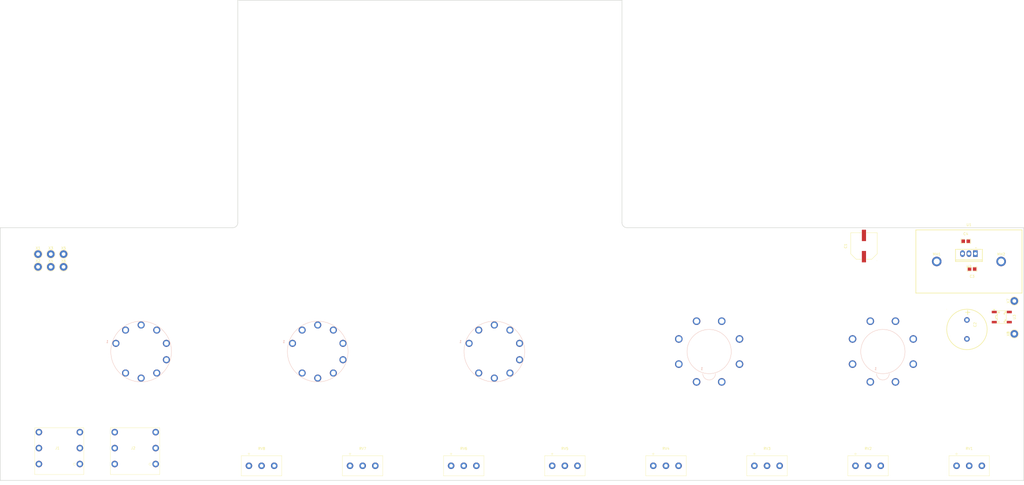
<source format=kicad_pcb>
(kicad_pcb (version 20241229) (generator "pcbnew") (generator_version "9.0")
  (layers (0 "F.Cu" signal) (4 "In1.Cu" signal) (6 "In2.Cu" signal) (8 "In3.Cu" signal) (10 "In4.Cu" signal) (2 "B.Cu" signal) (13 "F.Paste" user) (15 "B.Paste" user) (5 "F.SilkS" user "F.Silkscreen") (7 "B.SilkS" user "B.Silkscreen") (1 "F.Mask" user) (3 "B.Mask" user) (25 "Edge.Cuts" user))
  (net 0 "")
  (net 78 "Net-(U2-OUTPUT)")
  (net 79 "GND-AUX")
  (net 80 "Net-(U2-INPUT)")
  (net 81 "V_Aux_P")
  (net 82 "V_Aux_N")
  (net 83 "Net-(MH1-Pad1)")
  (net 84 "Net-(MH2-Pad1)")
  (footprint "TestPoint:TestPoint_THTPad_D3.0mm_Drill1.5mm" (layer "F.Cu") (at 134.45 186.45)
    (property "Reference" "X1" (at 0 -2.398 0) (layer "F.SilkS"))
    (property "Value" "345V - Lila")
    (fp_circle (center 0 0) (end 0 1.75) (stroke (width 0.12)) (fill no) (layer "F.SilkS"))
    (pad "1" thru_hole circle (at 0 0) (size 3 3) (drill 1.5) (layers "*.Cu" "*.Mask"))
  )
  (footprint "wb50_footprints:WB50_Jack_TRS_6pin_16.2mm" (layer "F.Cu") (at 142.9 263.2)
    (property "Reference" "J1" (at -0.8 0 0) (layer "F.SilkS"))
    (property "Value" "IN")
    (fp_line (start -9.8 -8) (end 9.7 -8) (stroke (width 0.12)) (layer "F.SilkS"))
    (fp_line (start -9.8 10.45) (end -9.8 -8) (stroke (width 0.12)) (layer "F.SilkS"))
    (fp_line (start 9.7 -8) (end 9.7 10.45) (stroke (width 0.12)) (layer "F.SilkS"))
    (fp_line (start 9.7 10.45) (end -9.8 10.45) (stroke (width 0.12)) (layer "F.SilkS"))
    (fp_circle (center 5.9 6.35) (end 5.9 5.9) (stroke (width 0.12)) (fill no) (layer "F.SilkS"))
    (pad "1" thru_hole circle (at 8.1 6.3 270) (size 2.6 2.6) (drill 1.5) (layers "*.Cu" "*.Mask"))
    (pad "2" thru_hole circle (at 8.1 0 270) (size 2.6 2.6) (drill 1.5) (layers "*.Cu" "*.Mask"))
    (pad "3" thru_hole circle (at 8.1 -6.3 270) (size 2.6 2.6) (drill 1.5) (layers "*.Cu" "*.Mask"))
    (pad "4" thru_hole circle (at -8.1 -6.3 270) (size 2.6 2.6) (drill 1.5) (layers "*.Cu" "*.Mask"))
    (pad "5" thru_hole circle (at -8.1 0 270) (size 2.6 2.6) (drill 1.5) (layers "*.Cu" "*.Mask"))
    (pad "6" thru_hole circle (at -8.1 6.3 270) (size 2.6 2.6) (drill 1.5) (layers "*.Cu" "*.Mask"))
  )
  (footprint "wb50_footprints:WB50_Pot_Omeg_PC20BU_P5.00mm" (layer "F.Cu") (at 382.9 270.2)
    (property "Reference" "RV4" (at 0 -6.8 0) (layer "F.SilkS"))
    (property "Value" "Treble")
    (fp_line (start -8 -4) (end 8 -4) (stroke (width 0.12)) (layer "F.SilkS"))
    (fp_line (start -8 4) (end -8 -4) (stroke (width 0.12)) (layer "F.SilkS"))
    (fp_line (start 8 -4) (end 8 4) (stroke (width 0.12)) (layer "F.SilkS"))
    (fp_line (start 8 4) (end -8 4) (stroke (width 0.12)) (layer "F.SilkS"))
    (fp_circle (center -5 -4.7) (end -4.7 -4.7) (stroke (width 0.12)) (fill no) (layer "F.SilkS"))
    (pad "1" thru_hole circle (at -5 0) (size 2.6 2.6) (drill 1.4) (layers "*.Cu" "*.Mask"))
    (pad "2" thru_hole circle (at 0 0) (size 2.6 2.6) (drill 1.4) (layers "*.Cu" "*.Mask"))
    (pad "3" thru_hole circle (at 5 0) (size 2.6 2.6) (drill 1.4) (layers "*.Cu" "*.Mask"))
  )
  (footprint "TestPoint:TestPoint_THTPad_D3.0mm_Drill1.5mm" (layer "F.Cu") (at 144.55 191.5)
    (property "Reference" "X6" (at 0 -2.398 0) (layer "F.SilkS"))
    (property "Value" "3.13V - Grün")
    (fp_circle (center 0 0) (end 0 1.75) (stroke (width 0.12)) (fill no) (layer "F.SilkS"))
    (pad "1" thru_hole circle (at 0 0) (size 3 3) (drill 1.5) (layers "*.Cu" "*.Mask"))
  )
  (footprint "MountingHole:MountingHole_2.2mm_M2_DIN965_Pad_TopBottom" (layer "F.Cu") (at 515.540259 189.354953)
    (property "Reference" "MH2" (at 0 -2.85 0) (layer "F.SilkS"))
    (property "Value" "TestPoint")
    (pad "1" thru_hole circle (at 0 0) (size 2.6 2.6) (drill 2.2) (layers "*.Cu" "*.Mask") (net 84 "Net-(MH2-Pad1)"))
    (pad "1" connect circle (at 0 0) (size 3.8 3.8) (layers "F.Cu" "F.Mask") (net 84 "Net-(MH2-Pad1)"))
    (pad "1" connect circle (at 0 0) (size 3.8 3.8) (layers "B.Cu" "B.Mask") (net 84 "Net-(MH2-Pad1)"))
  )
  (footprint "TestPoint:TestPoint_THTPad_D3.0mm_Drill1.5mm" (layer "F.Cu") (at 520.75 205 90)
    (property "Reference" "X7" (at 0 -2.398 90) (layer "F.SilkS"))
    (property "Value" "12,6V - Rot")
    (fp_circle (center 0 0) (end 0 1.75) (stroke (width 0.12)) (fill no) (layer "F.SilkS"))
    (pad "1" thru_hole circle (at 0 0 90) (size 3 3) (drill 1.5) (layers "*.Cu" "*.Mask") (net 81 "V_Aux_P"))
  )
  (footprint "TestPoint:TestPoint_THTPad_D3.0mm_Drill1.5mm" (layer "F.Cu") (at 139.5 191.5)
    (property "Reference" "X4" (at 0 -2.398 0) (layer "F.SilkS"))
    (property "Value" "3.13V - Grün")
    (fp_circle (center 0 0) (end 0 1.75) (stroke (width 0.12)) (fill no) (layer "F.SilkS"))
    (pad "1" thru_hole circle (at 0 0) (size 3 3) (drill 1.5) (layers "*.Cu" "*.Mask"))
  )
  (footprint "TestPoint:TestPoint_THTPad_D3.0mm_Drill1.5mm" (layer "F.Cu") (at 520.75 218 90)
    (property "Reference" "X8" (at 0 -2.398 90) (layer "F.SilkS"))
    (property "Value" "0V - Rot")
    (fp_circle (center 0 0) (end 0 1.75) (stroke (width 0.12)) (fill no) (layer "F.SilkS"))
    (pad "1" thru_hole circle (at 0 0 90) (size 3 3) (drill 1.5) (layers "*.Cu" "*.Mask") (net 82 "V_Aux_N"))
  )
  (footprint "wb50_footprints:WB50_Pot_Omeg_PC20BU_P5.00mm" (layer "F.Cu") (at 502.9 270.2)
    (property "Reference" "RV1" (at 0 -6.8 0) (layer "F.SilkS"))
    (property "Value" "Presence")
    (fp_line (start -8 -4) (end 8 -4) (stroke (width 0.12)) (layer "F.SilkS"))
    (fp_line (start -8 4) (end -8 -4) (stroke (width 0.12)) (layer "F.SilkS"))
    (fp_line (start 8 -4) (end 8 4) (stroke (width 0.12)) (layer "F.SilkS"))
    (fp_line (start 8 4) (end -8 4) (stroke (width 0.12)) (layer "F.SilkS"))
    (fp_circle (center -5 -4.7) (end -4.7 -4.7) (stroke (width 0.12)) (fill no) (layer "F.SilkS"))
    (pad "1" thru_hole circle (at -5 0) (size 2.6 2.6) (drill 1.4) (layers "*.Cu" "*.Mask"))
    (pad "2" thru_hole circle (at 0 0) (size 2.6 2.6) (drill 1.4) (layers "*.Cu" "*.Mask"))
    (pad "3" thru_hole circle (at 5 0) (size 2.6 2.6) (drill 1.4) (layers "*.Cu" "*.Mask"))
  )
  (footprint "footprints:CAP-SMD_BD10.0-L10.3-W10.3-LS11.7-FD" (layer "F.Cu") (at 461.25 183.25 90)
    (property "Reference" "C1" (at -0.000051 -7.226238 90) (layer "F.SilkS"))
    (property "Value" "VKME1002C220MV")
    (fp_line (start 5.226187 -5.226238) (end -3.090043 -5.226238) (stroke (width 0.1524)) (layer "F.SilkS"))
    (fp_line (start 5.226187 -5.226238) (end 5.226187 -1.005131) (stroke (width 0.151994)) (layer "F.SilkS"))
    (fp_line (start -3.090043 -5.226238) (end -5.226289 -3.089992) (stroke (width 0.1524)) (layer "F.SilkS"))
    (fp_line (start -5.226289 -3.089992) (end -5.226289 -1.005131) (stroke (width 0.151994)) (layer "F.SilkS"))
    (fp_line (start 5.226187 1.005131) (end 5.226187 5.225806) (stroke (width 0.151994)) (layer "F.SilkS"))
    (fp_line (start -5.226289 1.005131) (end -5.226289 3.089662) (stroke (width 0.151994)) (layer "F.SilkS"))
    (fp_line (start 5.226187 5.225806) (end -3.089789 5.225806) (stroke (width 0.1524)) (layer "F.SilkS"))
    (fp_line (start -3.089789 5.225806) (end -5.225933 3.089662) (stroke (width 0.1524)) (layer "F.SilkS"))
    (fp_circle (center -5.850013 5.149936) (end -5.820041 5.149936) (stroke (width 0.059995)) (fill no) (layer "F.SilkS"))
    (pad "1" smd rect (at -4.200025 0.000076 90) (size 4.5 1.650013) (layers "F.Cu" "F.Mask" "F.Paste") (net 78 "Net-(U2-OUTPUT)"))
    (pad "2" smd rect (at 4.200025 0.000076 90) (size 4.5 1.650013) (layers "F.Cu" "F.Mask" "F.Paste") (net 79 "GND-AUX"))
  )
  (footprint "TestPoint:TestPoint_THTPad_D3.0mm_Drill1.5mm" (layer "F.Cu") (at 134.45 191.5)
    (property "Reference" "X2" (at 0 -2.398 0) (layer "F.SilkS"))
    (property "Value" "CT_HV - Grau")
    (fp_circle (center 0 0) (end 0 1.75) (stroke (width 0.12)) (fill no) (layer "F.SilkS"))
    (pad "1" thru_hole circle (at 0 0) (size 3 3) (drill 1.5) (layers "*.Cu" "*.Mask"))
  )
  (footprint "footprints:HEATSINK-TH_XSD366-094" (layer "F.Cu") (at 502.790259 189.354953)
    (property "Reference" "U1" (at 0 -14.5 0) (layer "F.SilkS"))
    (property "Value" "XSD366-094")
    (fp_line (start -21 -12.5) (end -21 12.5) (stroke (width 0.254001)) (layer "F.SilkS"))
    (fp_line (start -21 -12.5) (end 21 -12.5) (stroke (width 0.254001)) (layer "F.SilkS"))
    (fp_line (start -21 12.5) (end 21 12.5) (stroke (width 0.254001)) (layer "F.SilkS"))
    (fp_line (start 21 -12.5) (end 21 12.5) (stroke (width 0.254001)) (layer "F.SilkS"))
    (pad "1" thru_hole circle (at -12.750013 0) (size 3.2 3.2) (drill 2.4) (layers "*.Cu" "*.Mask") (net 83 "Net-(MH1-Pad1)"))
    (pad "2" thru_hole circle (at 12.750114 0) (size 3.2 3.2) (drill 2.4) (layers "*.Cu" "*.Mask") (net 84 "Net-(MH2-Pad1)"))
  )
  (footprint "MountingHole:MountingHole_2.2mm_M2_DIN965_Pad_TopBottom" (layer "F.Cu") (at 490.040259 189.354953)
    (property "Reference" "MH1" (at 0 -2.85 0) (layer "F.SilkS"))
    (property "Value" "TestPoint")
    (pad "1" thru_hole circle (at 0 0) (size 2.6 2.6) (drill 2.2) (layers "*.Cu" "*.Mask") (net 83 "Net-(MH1-Pad1)"))
    (pad "1" connect circle (at 0 0) (size 3.8 3.8) (layers "F.Cu" "F.Mask") (net 83 "Net-(MH1-Pad1)"))
    (pad "1" connect circle (at 0 0) (size 3.8 3.8) (layers "B.Cu" "B.Mask") (net 83 "Net-(MH1-Pad1)"))
  )
  (footprint "TestPoint:TestPoint_THTPad_D3.0mm_Drill1.5mm" (layer "F.Cu") (at 139.5 186.45)
    (property "Reference" "X3" (at 0 -2.398 0) (layer "F.SilkS"))
    (property "Value" "345V - Lila")
    (fp_circle (center 0 0) (end 0 1.75) (stroke (width 0.12)) (fill no) (layer "F.SilkS"))
    (pad "1" thru_hole circle (at 0 0) (size 3 3) (drill 1.5) (layers "*.Cu" "*.Mask"))
  )
  (footprint "wb50_footprints:WB50_Pot_Omeg_PC20BU_P5.00mm" (layer "F.Cu") (at 422.9 270.2)
    (property "Reference" "RV3" (at 0 -6.8 0) (layer "F.SilkS"))
    (property "Value" "Mid")
    (fp_line (start -8 -4) (end 8 -4) (stroke (width 0.12)) (layer "F.SilkS"))
    (fp_line (start -8 4) (end -8 -4) (stroke (width 0.12)) (layer "F.SilkS"))
    (fp_line (start 8 -4) (end 8 4) (stroke (width 0.12)) (layer "F.SilkS"))
    (fp_line (start 8 4) (end -8 4) (stroke (width 0.12)) (layer "F.SilkS"))
    (fp_circle (center -5 -4.7) (end -4.7 -4.7) (stroke (width 0.12)) (fill no) (layer "F.SilkS"))
    (pad "1" thru_hole circle (at -5 0) (size 2.6 2.6) (drill 1.4) (layers "*.Cu" "*.Mask"))
    (pad "2" thru_hole circle (at 0 0) (size 2.6 2.6) (drill 1.4) (layers "*.Cu" "*.Mask"))
    (pad "3" thru_hole circle (at 5 0) (size 2.6 2.6) (drill 1.4) (layers "*.Cu" "*.Mask"))
  )
  (footprint "wb50_footprints:WB50_Pot_Omeg_PC20BU_P5.00mm" (layer "F.Cu") (at 462.9 270.2)
    (property "Reference" "RV2" (at 0 -6.8 0) (layer "F.SilkS"))
    (property "Value" "Bass")
    (fp_line (start -8 -4) (end 8 -4) (stroke (width 0.12)) (layer "F.SilkS"))
    (fp_line (start -8 4) (end -8 -4) (stroke (width 0.12)) (layer "F.SilkS"))
    (fp_line (start 8 -4) (end 8 4) (stroke (width 0.12)) (layer "F.SilkS"))
    (fp_line (start 8 4) (end -8 4) (stroke (width 0.12)) (layer "F.SilkS"))
    (fp_circle (center -5 -4.7) (end -4.7 -4.7) (stroke (width 0.12)) (fill no) (layer "F.SilkS"))
    (pad "1" thru_hole circle (at -5 0) (size 2.6 2.6) (drill 1.4) (layers "*.Cu" "*.Mask"))
    (pad "2" thru_hole circle (at 0 0) (size 2.6 2.6) (drill 1.4) (layers "*.Cu" "*.Mask"))
    (pad "3" thru_hole circle (at 5 0) (size 2.6 2.6) (drill 1.4) (layers "*.Cu" "*.Mask"))
  )
  (footprint "TestPoint:TestPoint_THTPad_D3.0mm_Drill1.5mm" (layer "F.Cu") (at 144.55 186.45)
    (property "Reference" "X5" (at 0 -2.398 0) (layer "F.SilkS"))
    (property "Value" "CT_HEAT - Schwarz")
    (fp_circle (center 0 0) (end 0 1.75) (stroke (width 0.12)) (fill no) (layer "F.SilkS"))
    (pad "1" thru_hole circle (at 0 0) (size 3 3) (drill 1.5) (layers "*.Cu" "*.Mask"))
  )
  (footprint "footprints:ABS-SMD_L5.0-W4.4-P4.00-LS7.0-BL" (layer "F.Cu") (at 515.790259 211.354953 -90)
    (property "Reference" "U3" (at 0 -4.982474 90) (layer "F.SilkS"))
    (property "Value" "AB24S")
    (fp_line (start -2.551207 1.7714) (end -2.551207 -1.7714) (stroke (width 0.1524)) (layer "F.SilkS"))
    (fp_line (start 2.551207 1.7714) (end -2.551207 1.7714) (stroke (width 0.1524)) (layer "F.SilkS"))
    (fp_line (start -1.841504 1.460503) (end -1.841504 0.825502) (stroke (width 0.254001)) (layer "F.SilkS"))
    (fp_line (start -1.460503 1.143002) (end -2.222504 1.143002) (stroke (width 0.254001)) (layer "F.SilkS"))
    (fp_line (start 2.222504 1.143002) (end 1.587503 1.143002) (stroke (width 0.254001)) (layer "F.SilkS"))
    (fp_line (start -2.551207 -1.7714) (end 2.551207 -1.7714) (stroke (width 0.1524)) (layer "F.SilkS"))
    (fp_line (start 2.551207 -1.7714) (end 2.551207 1.7714) (stroke (width 0.1524)) (layer "F.SilkS"))
    (fp_arc (start 0.81105 1.651003) (mid -0.038976 2.501029) (end -0.889002 1.651003) (stroke (width 0.254001)) (layer "F.SilkS"))
    (fp_arc (start -1.016002 -1.143002) (mid -1.341085 -0.867983) (end -1.616104 -1.193066) (stroke (width 0.254001)) (layer "F.SilkS"))
    (fp_arc (start 2.159004 -1.143002) (mid 1.833922 -0.867984) (end 1.558904 -1.193066) (stroke (width 0.254001)) (layer "F.SilkS"))
    (fp_arc (start -2.216078 -1.243053) (mid -1.891344 -1.515095) (end -1.616104 -1.193067) (stroke (width 0.254001)) (layer "F.SilkS"))
    (fp_arc (start 0.958928 -1.243053) (mid 1.283662 -1.515095) (end 1.558902 -1.193067) (stroke (width 0.254001)) (layer "F.SilkS"))
    (fp_circle (center -2.474981 3.500127) (end -2.445009 3.500127) (stroke (width 0.059995)) (fill no) (layer "F.SilkS"))
    (fp_circle (center -2.921006 3.048006) (end -2.770892 3.048006) (stroke (width 0.3)) (fill no) (layer "F.SilkS"))
    (pad "1" smd rect (at -2 2.982474 90) (size 0.98001 1.964999) (layers "F.Cu" "F.Mask" "F.Paste") (net 80 "Net-(U2-INPUT)"))
    (pad "2" smd rect (at 2 2.982474 90) (size 0.98001 1.964999) (layers "F.Cu" "F.Mask" "F.Paste") (net 79 "GND-AUX"))
    (pad "3" smd rect (at 2 -2.982474 90) (size 0.98001 1.964999) (layers "F.Cu" "F.Mask" "F.Paste") (net 82 "V_Aux_N"))
    (pad "4" smd rect (at -2 -2.982474 90) (size 0.98001 1.964999) (layers "F.Cu" "F.Mask" "F.Paste") (net 81 "V_Aux_P"))
  )
  (footprint "footprints:C0805" (layer "F.Cu") (at 504.040259 192.354953 180)
    (property "Reference" "C3" (at 0 -2.903607 0) (layer "F.SilkS"))
    (property "Value" "CC0805KRX7R9BB104")
    (fp_line (start 1.963602 0.751207) (end 1.963602 -0.751207) (stroke (width 0.1524)) (layer "F.SilkS"))
    (fp_line (start 1.811201 -0.903607) (end 0.401194 -0.903607) (stroke (width 0.1524)) (layer "F.SilkS"))
    (fp_line (start 0.401194 0.903607) (end 1.811201 0.903607) (stroke (width 0.1524)) (layer "F.SilkS"))
    (fp_line (start -0.401194 0.903607) (end -1.811201 0.903607) (stroke (width 0.1524)) (layer "F.SilkS"))
    (fp_line (start -1.811201 -0.903607) (end -0.401194 -0.903607) (stroke (width 0.1524)) (layer "F.SilkS"))
    (fp_line (start -1.963602 0.751207) (end -1.963602 -0.751207) (stroke (width 0.1524)) (layer "F.SilkS"))
    (fp_arc (start 1.963602 0.751207) (mid 1.918965 0.858971) (end 1.811201 0.903608) (stroke (width 0.1524)) (layer "F.SilkS"))
    (fp_arc (start 1.811201 -0.903607) (mid 1.918964 -0.85897) (end 1.963601 -0.751207) (stroke (width 0.1524)) (layer "F.SilkS"))
    (fp_arc (start -1.811201 0.903607) (mid -1.918964 0.85897) (end -1.963601 0.751207) (stroke (width 0.1524)) (layer "F.SilkS"))
    (fp_arc (start -1.963602 -0.751207) (mid -1.918965 -0.858971) (end -1.811201 -0.903608) (stroke (width 0.1524)) (layer "F.SilkS"))
    (fp_circle (center -1 0.625095) (end -0.970028 0.625095) (stroke (width 0.059995)) (fill no) (layer "F.SilkS"))
    (pad "1" smd rect (at -1 0 180) (size 1.410008 1.350013) (layers "F.Cu" "F.Mask" "F.Paste") (net 80 "Net-(U2-INPUT)"))
    (pad "2" smd rect (at 1 0 180) (size 1.410008 1.350013) (layers "F.Cu" "F.Mask" "F.Paste") (net 79 "GND-AUX"))
  )
  (footprint "wb50_footprints:WB50_Pot_Omeg_PC20BU_P5.00mm" (layer "F.Cu") (at 262.9 270.2)
    (property "Reference" "RV7" (at 0 -6.8 0) (layer "F.SilkS"))
    (property "Value" "Gain1")
    (fp_line (start -8 -4) (end 8 -4) (stroke (width 0.12)) (layer "F.SilkS"))
    (fp_line (start -8 4) (end -8 -4) (stroke (width 0.12)) (layer "F.SilkS"))
    (fp_line (start 8 -4) (end 8 4) (stroke (width 0.12)) (layer "F.SilkS"))
    (fp_line (start 8 4) (end -8 4) (stroke (width 0.12)) (layer "F.SilkS"))
    (fp_circle (center -5 -4.7) (end -4.7 -4.7) (stroke (width 0.12)) (fill no) (layer "F.SilkS"))
    (pad "1" thru_hole circle (at -5 0) (size 2.6 2.6) (drill 1.4) (layers "*.Cu" "*.Mask"))
    (pad "2" thru_hole circle (at 0 0) (size 2.6 2.6) (drill 1.4) (layers "*.Cu" "*.Mask"))
    (pad "3" thru_hole circle (at 5 0) (size 2.6 2.6) (drill 1.4) (layers "*.Cu" "*.Mask"))
  )
  (footprint "footprints:CAP-TH_BD16.0-P7.50-D1.2-FD" (layer "F.Cu") (at 502 216.25 -90)
    (property "Reference" "C2" (at -1.9016 -3.193726 90) (layer "F.SilkS"))
    (property "Value" "LKMI2501C682MF")
    (fp_line (start -6.765735 0.533477) (end -6.765735 -1.193726) (stroke (width 0.254001)) (layer "F.SilkS"))
    (fp_line (start -5.876734 -0.304724) (end -7.553137 -0.304724) (stroke (width 0.254001)) (layer "F.SilkS"))
    (fp_circle (center -8.000127 8) (end -7.970155 8) (stroke (width 0.059995)) (fill no) (layer "F.SilkS"))
    (fp_circle (center 0.000127 0) (end 8.000127 0) (stroke (width 0.254001)) (fill no) (layer "F.SilkS"))
    (pad "1" thru_hole circle (at -3.749936 0 270) (size 2.2 2.2) (drill 1.2) (layers "*.Cu" "*.Mask") (net 80 "Net-(U2-INPUT)"))
    (pad "2" thru_hole circle (at 3.749936 0 270) (size 2.2 2.2) (drill 1.2) (layers "*.Cu" "*.Mask") (net 79 "GND-AUX"))
  )
  (footprint "wb50_footprints:WB50_Jack_TRS_6pin_16.2mm" (layer "F.Cu") (at 172.9 263.2)
    (property "Reference" "J2" (at -0.8 0 0) (layer "F.SilkS"))
    (property "Value" "SW")
    (fp_line (start -9.8 -8) (end 9.7 -8) (stroke (width 0.12)) (layer "F.SilkS"))
    (fp_line (start -9.8 10.45) (end -9.8 -8) (stroke (width 0.12)) (layer "F.SilkS"))
    (fp_line (start 9.7 -8) (end 9.7 10.45) (stroke (width 0.12)) (layer "F.SilkS"))
    (fp_line (start 9.7 10.45) (end -9.8 10.45) (stroke (width 0.12)) (layer "F.SilkS"))
    (fp_circle (center 5.9 6.35) (end 5.9 5.9) (stroke (width 0.12)) (fill no) (layer "F.SilkS"))
    (pad "1" thru_hole circle (at 8.1 6.3 270) (size 2.6 2.6) (drill 1.5) (layers "*.Cu" "*.Mask"))
    (pad "2" thru_hole circle (at 8.1 0 270) (size 2.6 2.6) (drill 1.5) (layers "*.Cu" "*.Mask"))
    (pad "3" thru_hole circle (at 8.1 -6.3 270) (size 2.6 2.6) (drill 1.5) (layers "*.Cu" "*.Mask"))
    (pad "4" thru_hole circle (at -8.1 -6.3 270) (size 2.6 2.6) (drill 1.5) (layers "*.Cu" "*.Mask"))
    (pad "5" thru_hole circle (at -8.1 0 270) (size 2.6 2.6) (drill 1.5) (layers "*.Cu" "*.Mask"))
    (pad "6" thru_hole circle (at -8.1 6.3 270) (size 2.6 2.6) (drill 1.5) (layers "*.Cu" "*.Mask"))
  )
  (footprint "footprints:TO-220-3_L10.0-W4.5-P2.54-L" (layer "F.Cu") (at 502.790132 186.254953 180)
    (property "Reference" "U2" (at -0.000127 -5.094031 0) (layer "F.SilkS"))
    (property "Value" "L7812CV-DG")
    (fp_line (start 5.300889 1.704064) (end -5.301143 1.704064) (stroke (width 0.254001)) (layer "F.SilkS"))
    (fp_line (start 5.300889 -3.094031) (end 5.300889 1.704064) (stroke (width 0.254001)) (layer "F.SilkS"))
    (fp_line (start 5.299848 -2.494869) (end -5.300102 -2.494869) (stroke (width 0.254001)) (layer "F.SilkS"))
    (fp_line (start -5.301143 1.704064) (end -5.301143 -3.088951) (stroke (width 0.254001)) (layer "F.SilkS"))
    (fp_line (start -5.301143 -3.088951) (end -5.301143 -3.094031) (stroke (width 0.254001)) (layer "F.SilkS"))
    (fp_line (start -5.301143 -3.094031) (end 5.300889 -3.094031) (stroke (width 0.254001)) (layer "F.SilkS"))
    (fp_arc (start -2.770104 2.330048) (mid -2.768834 2.330044) (end -2.767564 2.330048) (stroke (width 0.4)) (layer "F.SilkS"))
    (fp_circle (center -5.000127 -2.999873) (end -4.970155 -2.999873) (stroke (width 0.059995)) (fill no) (layer "F.SilkS"))
    (pad "1" thru_hole rect (at -2.540132 -0.004953 180) (size 1.8 2.6) (drill 1.2) (layers "*.Cu" "*.Mask") (net 80 "Net-(U2-INPUT)"))
    (pad "2" thru_hole oval (at -0.000127 -0.004953 180) (size 1.8 2.6) (drill 1.2) (layers "*.Cu" "*.Mask") (net 79 "GND-AUX"))
    (pad "3" thru_hole oval (at 2.540132 0.004953 180) (size 1.8 2.6) (drill 1.2) (layers "*.Cu" "*.Mask") (net 78 "Net-(U2-OUTPUT)"))
  )
  (footprint "wb50_footprints:WB50_Pot_Omeg_PC20BU_P5.00mm" (layer "F.Cu") (at 342.9 270.2)
    (property "Reference" "RV5" (at 0 -6.8 0) (layer "F.SilkS"))
    (property "Value" "Vol1")
    (fp_line (start -8 -4) (end 8 -4) (stroke (width 0.12)) (layer "F.SilkS"))
    (fp_line (start -8 4) (end -8 -4) (stroke (width 0.12)) (layer "F.SilkS"))
    (fp_line (start 8 -4) (end 8 4) (stroke (width 0.12)) (layer "F.SilkS"))
    (fp_line (start 8 4) (end -8 4) (stroke (width 0.12)) (layer "F.SilkS"))
    (fp_circle (center -5 -4.7) (end -4.7 -4.7) (stroke (width 0.12)) (fill no) (layer "F.SilkS"))
    (pad "1" thru_hole circle (at -5 0) (size 2.6 2.6) (drill 1.4) (layers "*.Cu" "*.Mask"))
    (pad "2" thru_hole circle (at 0 0) (size 2.6 2.6) (drill 1.4) (layers "*.Cu" "*.Mask"))
    (pad "3" thru_hole circle (at 5 0) (size 2.6 2.6) (drill 1.4) (layers "*.Cu" "*.Mask"))
  )
  (footprint "wb50_footprints:WB50_Pot_Omeg_PC20BU_P5.00mm" (layer "F.Cu") (at 302.9 270.2)
    (property "Reference" "RV6" (at 0 -6.8 0) (layer "F.SilkS"))
    (property "Value" "Vol2")
    (fp_line (start -8 -4) (end 8 -4) (stroke (width 0.12)) (layer "F.SilkS"))
    (fp_line (start -8 4) (end -8 -4) (stroke (width 0.12)) (layer "F.SilkS"))
    (fp_line (start 8 -4) (end 8 4) (stroke (width 0.12)) (layer "F.SilkS"))
    (fp_line (start 8 4) (end -8 4) (stroke (width 0.12)) (layer "F.SilkS"))
    (fp_circle (center -5 -4.7) (end -4.7 -4.7) (stroke (width 0.12)) (fill no) (layer "F.SilkS"))
    (pad "1" thru_hole circle (at -5 0) (size 2.6 2.6) (drill 1.4) (layers "*.Cu" "*.Mask"))
    (pad "2" thru_hole circle (at 0 0) (size 2.6 2.6) (drill 1.4) (layers "*.Cu" "*.Mask"))
    (pad "3" thru_hole circle (at 5 0) (size 2.6 2.6) (drill 1.4) (layers "*.Cu" "*.Mask"))
  )
  (footprint "footprints:C0805" (layer "F.Cu") (at 501.540259 181.354953)
    (property "Reference" "C4" (at 0 -2.903607 0) (layer "F.SilkS"))
    (property "Value" "CC0805KRX7R9BB104")
    (fp_line (start -1.963602 0.751207) (end -1.963602 -0.751207) (stroke (width 0.1524)) (layer "F.SilkS"))
    (fp_line (start -1.811201 -0.903607) (end -0.401194 -0.903607) (stroke (width 0.1524)) (layer "F.SilkS"))
    (fp_line (start -0.401194 0.903607) (end -1.811201 0.903607) (stroke (width 0.1524)) (layer "F.SilkS"))
    (fp_line (start 0.401194 0.903607) (end 1.811201 0.903607) (stroke (width 0.1524)) (layer "F.SilkS"))
    (fp_line (start 1.811201 -0.903607) (end 0.401194 -0.903607) (stroke (width 0.1524)) (layer "F.SilkS"))
    (fp_line (start 1.963602 0.751207) (end 1.963602 -0.751207) (stroke (width 0.1524)) (layer "F.SilkS"))
    (fp_arc (start -1.963602 -0.751207) (mid -1.918965 -0.858971) (end -1.811201 -0.903608) (stroke (width 0.1524)) (layer "F.SilkS"))
    (fp_arc (start -1.811201 0.903607) (mid -1.918964 0.85897) (end -1.963601 0.751207) (stroke (width 0.1524)) (layer "F.SilkS"))
    (fp_arc (start 1.811201 -0.903607) (mid 1.918964 -0.85897) (end 1.963601 -0.751207) (stroke (width 0.1524)) (layer "F.SilkS"))
    (fp_arc (start 1.963602 0.751207) (mid 1.918965 0.858971) (end 1.811201 0.903608) (stroke (width 0.1524)) (layer "F.SilkS"))
    (fp_circle (center -1 0.625095) (end -0.970028 0.625095) (stroke (width 0.059995)) (fill no) (layer "F.SilkS"))
    (pad "1" smd rect (at -1 0) (size 1.410008 1.350013) (layers "F.Cu" "F.Mask" "F.Paste") (net 78 "Net-(U2-OUTPUT)"))
    (pad "2" smd rect (at 1 0) (size 1.410008 1.350013) (layers "F.Cu" "F.Mask" "F.Paste") (net 79 "GND-AUX"))
  )
  (footprint "wb50_footprints:WB50_Pot_Omeg_PC20BU_P5.00mm" (layer "F.Cu") (at 222.9 270.2)
    (property "Reference" "RV8" (at 0 -6.8 0) (layer "F.SilkS"))
    (property "Value" "Gain2")
    (fp_line (start -8 -4) (end 8 -4) (stroke (width 0.12)) (layer "F.SilkS"))
    (fp_line (start -8 4) (end -8 -4) (stroke (width 0.12)) (layer "F.SilkS"))
    (fp_line (start 8 -4) (end 8 4) (stroke (width 0.12)) (layer "F.SilkS"))
    (fp_line (start 8 4) (end -8 4) (stroke (width 0.12)) (layer "F.SilkS"))
    (fp_circle (center -5 -4.7) (end -4.7 -4.7) (stroke (width 0.12)) (fill no) (layer "F.SilkS"))
    (pad "1" thru_hole circle (at -5 0) (size 2.6 2.6) (drill 1.4) (layers "*.Cu" "*.Mask"))
    (pad "2" thru_hole circle (at 0 0) (size 2.6 2.6) (drill 1.4) (layers "*.Cu" "*.Mask"))
    (pad "3" thru_hole circle (at 5 0) (size 2.6 2.6) (drill 1.4) (layers "*.Cu" "*.Mask"))
  )
  (footprint "wb50_footprints:WB50_Socket_Octal_8Pin_D26.0mm_Hole2.0mm" (layer "B.Cu") (at 468.75 225 180)
    (property "Reference" "V4" (hide yes))
    (property "Value" "EL34")
    (fp_arc (start -2.5 -8.75) (mid 0 -11.25) (end 2.5 -8.75) (stroke (width 0.12)) (layer "B.SilkS"))
    (fp_circle (center 0 0) (end 8.75 0) (stroke (width 0.12)) (fill no) (layer "B.SilkS"))
    (fp_text user "1" (at 2.9 -6.8 0) (layer "B.SilkS") (effects (justify mirror)))
    (pad "1" thru_hole circle (at 4.975 -12.01 180) (size 3 3) (drill 2) (layers "*.Cu" "*.Mask"))
    (pad "2" thru_hole circle (at 12.01 -4.975 180) (size 3 3) (drill 2) (layers "*.Cu" "*.Mask"))
    (pad "3" thru_hole circle (at 12.01 4.975 180) (size 3 3) (drill 2) (layers "*.Cu" "*.Mask"))
    (pad "4" thru_hole circle (at 4.975 12.01 180) (size 3 3) (drill 2) (layers "*.Cu" "*.Mask"))
    (pad "5" thru_hole circle (at -4.975 12.01 180) (size 3 3) (drill 2) (layers "*.Cu" "*.Mask"))
    (pad "6" thru_hole circle (at -12.01 4.975 180) (size 3 3) (drill 2) (layers "*.Cu" "*.Mask"))
    (pad "7" thru_hole circle (at -12.01 -4.975 180) (size 3 3) (drill 2) (layers "*.Cu" "*.Mask"))
    (pad "8" thru_hole circle (at -4.975 -12.01 180) (size 3 3) (drill 2) (layers "*.Cu" "*.Mask"))
  )
  (footprint "wb50_footprints:WB50_Socket_Octal_8Pin_D26.0mm_Hole2.0mm" (layer "B.Cu") (at 400 225 180)
    (property "Reference" "V5" (hide yes))
    (property "Value" "EL34")
    (fp_arc (start -2.5 -8.75) (mid 0 -11.25) (end 2.5 -8.75) (stroke (width 0.12)) (layer "B.SilkS"))
    (fp_circle (center 0 0) (end 8.75 0) (stroke (width 0.12)) (fill no) (layer "B.SilkS"))
    (fp_text user "1" (at 2.9 -6.8 0) (layer "B.SilkS") (effects (justify mirror)))
    (pad "1" thru_hole circle (at 4.975 -12.01 180) (size 3 3) (drill 2) (layers "*.Cu" "*.Mask"))
    (pad "2" thru_hole circle (at 12.01 -4.975 180) (size 3 3) (drill 2) (layers "*.Cu" "*.Mask"))
    (pad "3" thru_hole circle (at 12.01 4.975 180) (size 3 3) (drill 2) (layers "*.Cu" "*.Mask"))
    (pad "4" thru_hole circle (at 4.975 12.01 180) (size 3 3) (drill 2) (layers "*.Cu" "*.Mask"))
    (pad "5" thru_hole circle (at -4.975 12.01 180) (size 3 3) (drill 2) (layers "*.Cu" "*.Mask"))
    (pad "6" thru_hole circle (at -12.01 4.975 180) (size 3 3) (drill 2) (layers "*.Cu" "*.Mask"))
    (pad "7" thru_hole circle (at -12.01 -4.975 180) (size 3 3) (drill 2) (layers "*.Cu" "*.Mask"))
    (pad "8" thru_hole circle (at -4.975 -12.01 180) (size 3 3) (drill 2) (layers "*.Cu" "*.Mask"))
  )
  (footprint "wb50_footprints:WB50_Socket_Noval_9Pin_D21.0mm_Hole1.8mm" (layer "B.Cu") (at 245.125 225 180)
    (property "Reference" "V2" (hide yes))
    (property "Value" "12AX7")
    (fp_circle (center 0 0) (end 12 0) (stroke (width 0.12)) (fill no) (layer "B.SilkS"))
    (fp_text user "1" (at 13.4 3.9 0) (layer "B.SilkS") (effects (justify mirror)))
    (pad "1" thru_hole circle (at 9.986 3.245 180) (size 2.8 2.8) (drill 1.8) (layers "*.Cu" "*.Mask"))
    (pad "2" thru_hole circle (at 6.172 8.495 180) (size 2.8 2.8) (drill 1.8) (layers "*.Cu" "*.Mask"))
    (pad "3" thru_hole circle (at 0 10.5 180) (size 2.8 2.8) (drill 1.8) (layers "*.Cu" "*.Mask"))
    (pad "4" thru_hole circle (at -6.172 8.495 180) (size 2.8 2.8) (drill 1.8) (layers "*.Cu" "*.Mask"))
    (pad "5" thru_hole circle (at -9.986 3.245 180) (size 2.8 2.8) (drill 1.8) (layers "*.Cu" "*.Mask"))
    (pad "6" thru_hole circle (at -9.986 -3.245 180) (size 2.8 2.8) (drill 1.8) (layers "*.Cu" "*.Mask"))
    (pad "7" thru_hole circle (at -6.172 -8.495 180) (size 2.8 2.8) (drill 1.8) (layers "*.Cu" "*.Mask"))
    (pad "8" thru_hole circle (at 0 -10.5 180) (size 2.8 2.8) (drill 1.8) (layers "*.Cu" "*.Mask"))
    (pad "9" thru_hole circle (at 6.172 -8.495 180) (size 2.8 2.8) (drill 1.8) (layers "*.Cu" "*.Mask"))
  )
  (footprint "wb50_footprints:WB50_Socket_Noval_9Pin_D21.0mm_Hole1.8mm" (layer "B.Cu") (at 175.25 225 180)
    (property "Reference" "V1" (hide yes))
    (property "Value" "12AX7")
    (fp_circle (center 0 0) (end 12 0) (stroke (width 0.12)) (fill no) (layer "B.SilkS"))
    (fp_text user "1" (at 13.4 3.9 0) (layer "B.SilkS") (effects (justify mirror)))
    (pad "1" thru_hole circle (at 9.986 3.245 180) (size 2.8 2.8) (drill 1.8) (layers "*.Cu" "*.Mask"))
    (pad "2" thru_hole circle (at 6.172 8.495 180) (size 2.8 2.8) (drill 1.8) (layers "*.Cu" "*.Mask"))
    (pad "3" thru_hole circle (at 0 10.5 180) (size 2.8 2.8) (drill 1.8) (layers "*.Cu" "*.Mask"))
    (pad "4" thru_hole circle (at -6.172 8.495 180) (size 2.8 2.8) (drill 1.8) (layers "*.Cu" "*.Mask"))
    (pad "5" thru_hole circle (at -9.986 3.245 180) (size 2.8 2.8) (drill 1.8) (layers "*.Cu" "*.Mask"))
    (pad "6" thru_hole circle (at -9.986 -3.245 180) (size 2.8 2.8) (drill 1.8) (layers "*.Cu" "*.Mask"))
    (pad "7" thru_hole circle (at -6.172 -8.495 180) (size 2.8 2.8) (drill 1.8) (layers "*.Cu" "*.Mask"))
    (pad "8" thru_hole circle (at 0 -10.5 180) (size 2.8 2.8) (drill 1.8) (layers "*.Cu" "*.Mask"))
    (pad "9" thru_hole circle (at 6.172 -8.495 180) (size 2.8 2.8) (drill 1.8) (layers "*.Cu" "*.Mask"))
  )
  (footprint "wb50_footprints:WB50_Socket_Noval_9Pin_D21.0mm_Hole1.8mm" (layer "B.Cu") (at 315 225 180)
    (property "Reference" "V3" (hide yes))
    (property "Value" "12AX7")
    (fp_circle (center 0 0) (end 12 0) (stroke (width 0.12)) (fill no) (layer "B.SilkS"))
    (fp_text user "1" (at 13.4 3.9 0) (layer "B.SilkS") (effects (justify mirror)))
    (pad "1" thru_hole circle (at 9.986 3.245 180) (size 2.8 2.8) (drill 1.8) (layers "*.Cu" "*.Mask"))
    (pad "2" thru_hole circle (at 6.172 8.495 180) (size 2.8 2.8) (drill 1.8) (layers "*.Cu" "*.Mask"))
    (pad "3" thru_hole circle (at 0 10.5 180) (size 2.8 2.8) (drill 1.8) (layers "*.Cu" "*.Mask"))
    (pad "4" thru_hole circle (at -6.172 8.495 180) (size 2.8 2.8) (drill 1.8) (layers "*.Cu" "*.Mask"))
    (pad "5" thru_hole circle (at -9.986 3.245 180) (size 2.8 2.8) (drill 1.8) (layers "*.Cu" "*.Mask"))
    (pad "6" thru_hole circle (at -9.986 -3.245 180) (size 2.8 2.8) (drill 1.8) (layers "*.Cu" "*.Mask"))
    (pad "7" thru_hole circle (at -6.172 -8.495 180) (size 2.8 2.8) (drill 1.8) (layers "*.Cu" "*.Mask"))
    (pad "8" thru_hole circle (at 0 -10.5 180) (size 2.8 2.8) (drill 1.8) (layers "*.Cu" "*.Mask"))
    (pad "9" thru_hole circle (at 6.172 -8.495 180) (size 2.8 2.8) (drill 1.8) (layers "*.Cu" "*.Mask"))
  )
  (gr_arc (start 367.5 176) (mid 366.085786 175.414214) (end 365.5 174) (stroke (width 0.2)) (layer "Edge.Cuts"))
  (gr_line (start 524.5 176) (end 524.5 276) (stroke (width 0.2)) (layer "Edge.Cuts"))
  (gr_line (start 524.5 276) (end 119.5 276) (stroke (width 0.2)) (layer "Edge.Cuts"))
  (gr_line (start 365.5 174) (end 365.5 86) (stroke (width 0.2)) (layer "Edge.Cuts"))
  (gr_line (start 213.5 86) (end 365.5 86) (stroke (width 0.2)) (layer "Edge.Cuts"))
  (gr_arc (start 213.5 174) (mid 212.914214 175.414214) (end 211.5 176) (stroke (width 0.2)) (layer "Edge.Cuts"))
  (gr_line (start 367.5 176) (end 524.5 176) (stroke (width 0.2)) (layer "Edge.Cuts"))
  (gr_line (start 119.5 176) (end 211.5 176) (stroke (width 0.2)) (layer "Edge.Cuts"))
  (gr_line (start 119.5 276) (end 119.5 176) (stroke (width 0.2)) (layer "Edge.Cuts"))
  (gr_line (start 213.5 174) (end 213.5 86) (stroke (width 0.2)) (layer "Edge.Cuts"))
)
</source>
